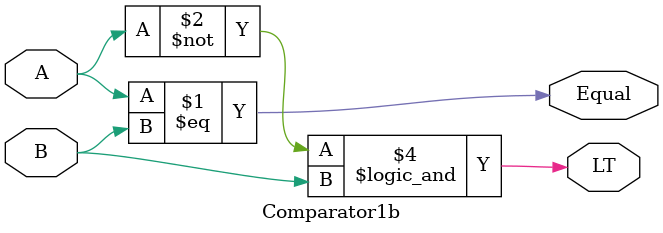
<source format=v>
`timescale 1ns / 1ps
module Comparator1b(input A, input B, output LT, output Equal);

	assign Equal = (A == B);
	assign LT = (A == 1'b0 && B == 1'b1);

endmodule

</source>
